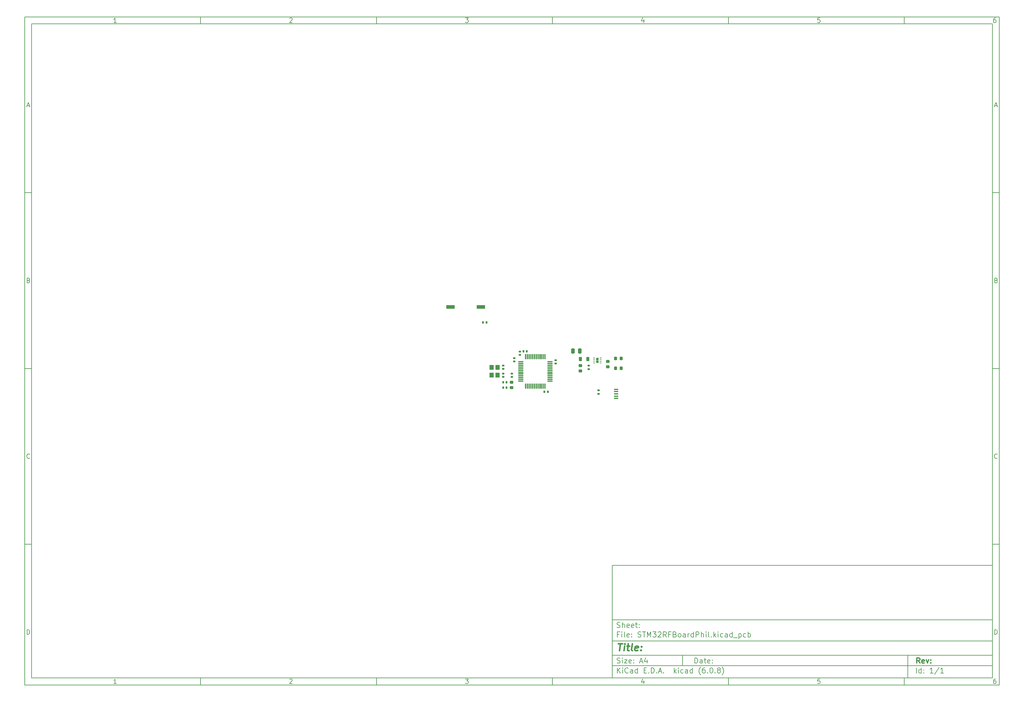
<source format=gbr>
%TF.GenerationSoftware,KiCad,Pcbnew,(6.0.8)*%
%TF.CreationDate,2022-10-27T20:00:02-05:00*%
%TF.ProjectId,STM32RFBoardPhil,53544d33-3252-4464-926f-617264506869,rev?*%
%TF.SameCoordinates,Original*%
%TF.FileFunction,Paste,Top*%
%TF.FilePolarity,Positive*%
%FSLAX46Y46*%
G04 Gerber Fmt 4.6, Leading zero omitted, Abs format (unit mm)*
G04 Created by KiCad (PCBNEW (6.0.8)) date 2022-10-27 20:00:02*
%MOMM*%
%LPD*%
G01*
G04 APERTURE LIST*
G04 Aperture macros list*
%AMRoundRect*
0 Rectangle with rounded corners*
0 $1 Rounding radius*
0 $2 $3 $4 $5 $6 $7 $8 $9 X,Y pos of 4 corners*
0 Add a 4 corners polygon primitive as box body*
4,1,4,$2,$3,$4,$5,$6,$7,$8,$9,$2,$3,0*
0 Add four circle primitives for the rounded corners*
1,1,$1+$1,$2,$3*
1,1,$1+$1,$4,$5*
1,1,$1+$1,$6,$7*
1,1,$1+$1,$8,$9*
0 Add four rect primitives between the rounded corners*
20,1,$1+$1,$2,$3,$4,$5,0*
20,1,$1+$1,$4,$5,$6,$7,0*
20,1,$1+$1,$6,$7,$8,$9,0*
20,1,$1+$1,$8,$9,$2,$3,0*%
G04 Aperture macros list end*
%ADD10C,0.100000*%
%ADD11C,0.150000*%
%ADD12C,0.300000*%
%ADD13C,0.400000*%
%ADD14RoundRect,0.140000X0.170000X-0.140000X0.170000X0.140000X-0.170000X0.140000X-0.170000X-0.140000X0*%
%ADD15RoundRect,0.225000X-0.250000X0.225000X-0.250000X-0.225000X0.250000X-0.225000X0.250000X0.225000X0*%
%ADD16RoundRect,0.135000X0.185000X-0.135000X0.185000X0.135000X-0.185000X0.135000X-0.185000X-0.135000X0*%
%ADD17RoundRect,0.140000X0.140000X0.170000X-0.140000X0.170000X-0.140000X-0.170000X0.140000X-0.170000X0*%
%ADD18RoundRect,0.140000X-0.170000X0.140000X-0.170000X-0.140000X0.170000X-0.140000X0.170000X0.140000X0*%
%ADD19RoundRect,0.075000X-0.662500X-0.075000X0.662500X-0.075000X0.662500X0.075000X-0.662500X0.075000X0*%
%ADD20RoundRect,0.075000X-0.075000X-0.662500X0.075000X-0.662500X0.075000X0.662500X-0.075000X0.662500X0*%
%ADD21R,2.440000X1.120000*%
%ADD22RoundRect,0.218750X0.218750X0.256250X-0.218750X0.256250X-0.218750X-0.256250X0.218750X-0.256250X0*%
%ADD23R,1.300000X0.450000*%
%ADD24RoundRect,0.140000X-0.140000X-0.170000X0.140000X-0.170000X0.140000X0.170000X-0.140000X0.170000X0*%
%ADD25RoundRect,0.218750X0.218750X0.381250X-0.218750X0.381250X-0.218750X-0.381250X0.218750X-0.381250X0*%
%ADD26RoundRect,0.218750X-0.256250X0.218750X-0.256250X-0.218750X0.256250X-0.218750X0.256250X0.218750X0*%
%ADD27RoundRect,0.135000X-0.135000X-0.185000X0.135000X-0.185000X0.135000X0.185000X-0.135000X0.185000X0*%
%ADD28R,1.200000X1.400000*%
%ADD29R,0.750000X0.650000*%
%ADD30R,0.500000X0.250000*%
%ADD31RoundRect,0.250000X-0.250000X-0.475000X0.250000X-0.475000X0.250000X0.475000X-0.250000X0.475000X0*%
G04 APERTURE END LIST*
D10*
D11*
X177002200Y-166007200D02*
X177002200Y-198007200D01*
X285002200Y-198007200D01*
X285002200Y-166007200D01*
X177002200Y-166007200D01*
D10*
D11*
X10000000Y-10000000D02*
X10000000Y-200007200D01*
X287002200Y-200007200D01*
X287002200Y-10000000D01*
X10000000Y-10000000D01*
D10*
D11*
X12000000Y-12000000D02*
X12000000Y-198007200D01*
X285002200Y-198007200D01*
X285002200Y-12000000D01*
X12000000Y-12000000D01*
D10*
D11*
X60000000Y-12000000D02*
X60000000Y-10000000D01*
D10*
D11*
X110000000Y-12000000D02*
X110000000Y-10000000D01*
D10*
D11*
X160000000Y-12000000D02*
X160000000Y-10000000D01*
D10*
D11*
X210000000Y-12000000D02*
X210000000Y-10000000D01*
D10*
D11*
X260000000Y-12000000D02*
X260000000Y-10000000D01*
D10*
D11*
X36065476Y-11588095D02*
X35322619Y-11588095D01*
X35694047Y-11588095D02*
X35694047Y-10288095D01*
X35570238Y-10473809D01*
X35446428Y-10597619D01*
X35322619Y-10659523D01*
D10*
D11*
X85322619Y-10411904D02*
X85384523Y-10350000D01*
X85508333Y-10288095D01*
X85817857Y-10288095D01*
X85941666Y-10350000D01*
X86003571Y-10411904D01*
X86065476Y-10535714D01*
X86065476Y-10659523D01*
X86003571Y-10845238D01*
X85260714Y-11588095D01*
X86065476Y-11588095D01*
D10*
D11*
X135260714Y-10288095D02*
X136065476Y-10288095D01*
X135632142Y-10783333D01*
X135817857Y-10783333D01*
X135941666Y-10845238D01*
X136003571Y-10907142D01*
X136065476Y-11030952D01*
X136065476Y-11340476D01*
X136003571Y-11464285D01*
X135941666Y-11526190D01*
X135817857Y-11588095D01*
X135446428Y-11588095D01*
X135322619Y-11526190D01*
X135260714Y-11464285D01*
D10*
D11*
X185941666Y-10721428D02*
X185941666Y-11588095D01*
X185632142Y-10226190D02*
X185322619Y-11154761D01*
X186127380Y-11154761D01*
D10*
D11*
X236003571Y-10288095D02*
X235384523Y-10288095D01*
X235322619Y-10907142D01*
X235384523Y-10845238D01*
X235508333Y-10783333D01*
X235817857Y-10783333D01*
X235941666Y-10845238D01*
X236003571Y-10907142D01*
X236065476Y-11030952D01*
X236065476Y-11340476D01*
X236003571Y-11464285D01*
X235941666Y-11526190D01*
X235817857Y-11588095D01*
X235508333Y-11588095D01*
X235384523Y-11526190D01*
X235322619Y-11464285D01*
D10*
D11*
X285941666Y-10288095D02*
X285694047Y-10288095D01*
X285570238Y-10350000D01*
X285508333Y-10411904D01*
X285384523Y-10597619D01*
X285322619Y-10845238D01*
X285322619Y-11340476D01*
X285384523Y-11464285D01*
X285446428Y-11526190D01*
X285570238Y-11588095D01*
X285817857Y-11588095D01*
X285941666Y-11526190D01*
X286003571Y-11464285D01*
X286065476Y-11340476D01*
X286065476Y-11030952D01*
X286003571Y-10907142D01*
X285941666Y-10845238D01*
X285817857Y-10783333D01*
X285570238Y-10783333D01*
X285446428Y-10845238D01*
X285384523Y-10907142D01*
X285322619Y-11030952D01*
D10*
D11*
X60000000Y-198007200D02*
X60000000Y-200007200D01*
D10*
D11*
X110000000Y-198007200D02*
X110000000Y-200007200D01*
D10*
D11*
X160000000Y-198007200D02*
X160000000Y-200007200D01*
D10*
D11*
X210000000Y-198007200D02*
X210000000Y-200007200D01*
D10*
D11*
X260000000Y-198007200D02*
X260000000Y-200007200D01*
D10*
D11*
X36065476Y-199595295D02*
X35322619Y-199595295D01*
X35694047Y-199595295D02*
X35694047Y-198295295D01*
X35570238Y-198481009D01*
X35446428Y-198604819D01*
X35322619Y-198666723D01*
D10*
D11*
X85322619Y-198419104D02*
X85384523Y-198357200D01*
X85508333Y-198295295D01*
X85817857Y-198295295D01*
X85941666Y-198357200D01*
X86003571Y-198419104D01*
X86065476Y-198542914D01*
X86065476Y-198666723D01*
X86003571Y-198852438D01*
X85260714Y-199595295D01*
X86065476Y-199595295D01*
D10*
D11*
X135260714Y-198295295D02*
X136065476Y-198295295D01*
X135632142Y-198790533D01*
X135817857Y-198790533D01*
X135941666Y-198852438D01*
X136003571Y-198914342D01*
X136065476Y-199038152D01*
X136065476Y-199347676D01*
X136003571Y-199471485D01*
X135941666Y-199533390D01*
X135817857Y-199595295D01*
X135446428Y-199595295D01*
X135322619Y-199533390D01*
X135260714Y-199471485D01*
D10*
D11*
X185941666Y-198728628D02*
X185941666Y-199595295D01*
X185632142Y-198233390D02*
X185322619Y-199161961D01*
X186127380Y-199161961D01*
D10*
D11*
X236003571Y-198295295D02*
X235384523Y-198295295D01*
X235322619Y-198914342D01*
X235384523Y-198852438D01*
X235508333Y-198790533D01*
X235817857Y-198790533D01*
X235941666Y-198852438D01*
X236003571Y-198914342D01*
X236065476Y-199038152D01*
X236065476Y-199347676D01*
X236003571Y-199471485D01*
X235941666Y-199533390D01*
X235817857Y-199595295D01*
X235508333Y-199595295D01*
X235384523Y-199533390D01*
X235322619Y-199471485D01*
D10*
D11*
X285941666Y-198295295D02*
X285694047Y-198295295D01*
X285570238Y-198357200D01*
X285508333Y-198419104D01*
X285384523Y-198604819D01*
X285322619Y-198852438D01*
X285322619Y-199347676D01*
X285384523Y-199471485D01*
X285446428Y-199533390D01*
X285570238Y-199595295D01*
X285817857Y-199595295D01*
X285941666Y-199533390D01*
X286003571Y-199471485D01*
X286065476Y-199347676D01*
X286065476Y-199038152D01*
X286003571Y-198914342D01*
X285941666Y-198852438D01*
X285817857Y-198790533D01*
X285570238Y-198790533D01*
X285446428Y-198852438D01*
X285384523Y-198914342D01*
X285322619Y-199038152D01*
D10*
D11*
X10000000Y-60000000D02*
X12000000Y-60000000D01*
D10*
D11*
X10000000Y-110000000D02*
X12000000Y-110000000D01*
D10*
D11*
X10000000Y-160000000D02*
X12000000Y-160000000D01*
D10*
D11*
X10690476Y-35216666D02*
X11309523Y-35216666D01*
X10566666Y-35588095D02*
X11000000Y-34288095D01*
X11433333Y-35588095D01*
D10*
D11*
X11092857Y-84907142D02*
X11278571Y-84969047D01*
X11340476Y-85030952D01*
X11402380Y-85154761D01*
X11402380Y-85340476D01*
X11340476Y-85464285D01*
X11278571Y-85526190D01*
X11154761Y-85588095D01*
X10659523Y-85588095D01*
X10659523Y-84288095D01*
X11092857Y-84288095D01*
X11216666Y-84350000D01*
X11278571Y-84411904D01*
X11340476Y-84535714D01*
X11340476Y-84659523D01*
X11278571Y-84783333D01*
X11216666Y-84845238D01*
X11092857Y-84907142D01*
X10659523Y-84907142D01*
D10*
D11*
X11402380Y-135464285D02*
X11340476Y-135526190D01*
X11154761Y-135588095D01*
X11030952Y-135588095D01*
X10845238Y-135526190D01*
X10721428Y-135402380D01*
X10659523Y-135278571D01*
X10597619Y-135030952D01*
X10597619Y-134845238D01*
X10659523Y-134597619D01*
X10721428Y-134473809D01*
X10845238Y-134350000D01*
X11030952Y-134288095D01*
X11154761Y-134288095D01*
X11340476Y-134350000D01*
X11402380Y-134411904D01*
D10*
D11*
X10659523Y-185588095D02*
X10659523Y-184288095D01*
X10969047Y-184288095D01*
X11154761Y-184350000D01*
X11278571Y-184473809D01*
X11340476Y-184597619D01*
X11402380Y-184845238D01*
X11402380Y-185030952D01*
X11340476Y-185278571D01*
X11278571Y-185402380D01*
X11154761Y-185526190D01*
X10969047Y-185588095D01*
X10659523Y-185588095D01*
D10*
D11*
X287002200Y-60000000D02*
X285002200Y-60000000D01*
D10*
D11*
X287002200Y-110000000D02*
X285002200Y-110000000D01*
D10*
D11*
X287002200Y-160000000D02*
X285002200Y-160000000D01*
D10*
D11*
X285692676Y-35216666D02*
X286311723Y-35216666D01*
X285568866Y-35588095D02*
X286002200Y-34288095D01*
X286435533Y-35588095D01*
D10*
D11*
X286095057Y-84907142D02*
X286280771Y-84969047D01*
X286342676Y-85030952D01*
X286404580Y-85154761D01*
X286404580Y-85340476D01*
X286342676Y-85464285D01*
X286280771Y-85526190D01*
X286156961Y-85588095D01*
X285661723Y-85588095D01*
X285661723Y-84288095D01*
X286095057Y-84288095D01*
X286218866Y-84350000D01*
X286280771Y-84411904D01*
X286342676Y-84535714D01*
X286342676Y-84659523D01*
X286280771Y-84783333D01*
X286218866Y-84845238D01*
X286095057Y-84907142D01*
X285661723Y-84907142D01*
D10*
D11*
X286404580Y-135464285D02*
X286342676Y-135526190D01*
X286156961Y-135588095D01*
X286033152Y-135588095D01*
X285847438Y-135526190D01*
X285723628Y-135402380D01*
X285661723Y-135278571D01*
X285599819Y-135030952D01*
X285599819Y-134845238D01*
X285661723Y-134597619D01*
X285723628Y-134473809D01*
X285847438Y-134350000D01*
X286033152Y-134288095D01*
X286156961Y-134288095D01*
X286342676Y-134350000D01*
X286404580Y-134411904D01*
D10*
D11*
X285661723Y-185588095D02*
X285661723Y-184288095D01*
X285971247Y-184288095D01*
X286156961Y-184350000D01*
X286280771Y-184473809D01*
X286342676Y-184597619D01*
X286404580Y-184845238D01*
X286404580Y-185030952D01*
X286342676Y-185278571D01*
X286280771Y-185402380D01*
X286156961Y-185526190D01*
X285971247Y-185588095D01*
X285661723Y-185588095D01*
D10*
D11*
X200434342Y-193785771D02*
X200434342Y-192285771D01*
X200791485Y-192285771D01*
X201005771Y-192357200D01*
X201148628Y-192500057D01*
X201220057Y-192642914D01*
X201291485Y-192928628D01*
X201291485Y-193142914D01*
X201220057Y-193428628D01*
X201148628Y-193571485D01*
X201005771Y-193714342D01*
X200791485Y-193785771D01*
X200434342Y-193785771D01*
X202577200Y-193785771D02*
X202577200Y-193000057D01*
X202505771Y-192857200D01*
X202362914Y-192785771D01*
X202077200Y-192785771D01*
X201934342Y-192857200D01*
X202577200Y-193714342D02*
X202434342Y-193785771D01*
X202077200Y-193785771D01*
X201934342Y-193714342D01*
X201862914Y-193571485D01*
X201862914Y-193428628D01*
X201934342Y-193285771D01*
X202077200Y-193214342D01*
X202434342Y-193214342D01*
X202577200Y-193142914D01*
X203077200Y-192785771D02*
X203648628Y-192785771D01*
X203291485Y-192285771D02*
X203291485Y-193571485D01*
X203362914Y-193714342D01*
X203505771Y-193785771D01*
X203648628Y-193785771D01*
X204720057Y-193714342D02*
X204577200Y-193785771D01*
X204291485Y-193785771D01*
X204148628Y-193714342D01*
X204077200Y-193571485D01*
X204077200Y-193000057D01*
X204148628Y-192857200D01*
X204291485Y-192785771D01*
X204577200Y-192785771D01*
X204720057Y-192857200D01*
X204791485Y-193000057D01*
X204791485Y-193142914D01*
X204077200Y-193285771D01*
X205434342Y-193642914D02*
X205505771Y-193714342D01*
X205434342Y-193785771D01*
X205362914Y-193714342D01*
X205434342Y-193642914D01*
X205434342Y-193785771D01*
X205434342Y-192857200D02*
X205505771Y-192928628D01*
X205434342Y-193000057D01*
X205362914Y-192928628D01*
X205434342Y-192857200D01*
X205434342Y-193000057D01*
D10*
D11*
X177002200Y-194507200D02*
X285002200Y-194507200D01*
D10*
D11*
X178434342Y-196585771D02*
X178434342Y-195085771D01*
X179291485Y-196585771D02*
X178648628Y-195728628D01*
X179291485Y-195085771D02*
X178434342Y-195942914D01*
X179934342Y-196585771D02*
X179934342Y-195585771D01*
X179934342Y-195085771D02*
X179862914Y-195157200D01*
X179934342Y-195228628D01*
X180005771Y-195157200D01*
X179934342Y-195085771D01*
X179934342Y-195228628D01*
X181505771Y-196442914D02*
X181434342Y-196514342D01*
X181220057Y-196585771D01*
X181077200Y-196585771D01*
X180862914Y-196514342D01*
X180720057Y-196371485D01*
X180648628Y-196228628D01*
X180577200Y-195942914D01*
X180577200Y-195728628D01*
X180648628Y-195442914D01*
X180720057Y-195300057D01*
X180862914Y-195157200D01*
X181077200Y-195085771D01*
X181220057Y-195085771D01*
X181434342Y-195157200D01*
X181505771Y-195228628D01*
X182791485Y-196585771D02*
X182791485Y-195800057D01*
X182720057Y-195657200D01*
X182577200Y-195585771D01*
X182291485Y-195585771D01*
X182148628Y-195657200D01*
X182791485Y-196514342D02*
X182648628Y-196585771D01*
X182291485Y-196585771D01*
X182148628Y-196514342D01*
X182077200Y-196371485D01*
X182077200Y-196228628D01*
X182148628Y-196085771D01*
X182291485Y-196014342D01*
X182648628Y-196014342D01*
X182791485Y-195942914D01*
X184148628Y-196585771D02*
X184148628Y-195085771D01*
X184148628Y-196514342D02*
X184005771Y-196585771D01*
X183720057Y-196585771D01*
X183577200Y-196514342D01*
X183505771Y-196442914D01*
X183434342Y-196300057D01*
X183434342Y-195871485D01*
X183505771Y-195728628D01*
X183577200Y-195657200D01*
X183720057Y-195585771D01*
X184005771Y-195585771D01*
X184148628Y-195657200D01*
X186005771Y-195800057D02*
X186505771Y-195800057D01*
X186720057Y-196585771D02*
X186005771Y-196585771D01*
X186005771Y-195085771D01*
X186720057Y-195085771D01*
X187362914Y-196442914D02*
X187434342Y-196514342D01*
X187362914Y-196585771D01*
X187291485Y-196514342D01*
X187362914Y-196442914D01*
X187362914Y-196585771D01*
X188077200Y-196585771D02*
X188077200Y-195085771D01*
X188434342Y-195085771D01*
X188648628Y-195157200D01*
X188791485Y-195300057D01*
X188862914Y-195442914D01*
X188934342Y-195728628D01*
X188934342Y-195942914D01*
X188862914Y-196228628D01*
X188791485Y-196371485D01*
X188648628Y-196514342D01*
X188434342Y-196585771D01*
X188077200Y-196585771D01*
X189577200Y-196442914D02*
X189648628Y-196514342D01*
X189577200Y-196585771D01*
X189505771Y-196514342D01*
X189577200Y-196442914D01*
X189577200Y-196585771D01*
X190220057Y-196157200D02*
X190934342Y-196157200D01*
X190077200Y-196585771D02*
X190577200Y-195085771D01*
X191077200Y-196585771D01*
X191577200Y-196442914D02*
X191648628Y-196514342D01*
X191577200Y-196585771D01*
X191505771Y-196514342D01*
X191577200Y-196442914D01*
X191577200Y-196585771D01*
X194577200Y-196585771D02*
X194577200Y-195085771D01*
X194720057Y-196014342D02*
X195148628Y-196585771D01*
X195148628Y-195585771D02*
X194577200Y-196157200D01*
X195791485Y-196585771D02*
X195791485Y-195585771D01*
X195791485Y-195085771D02*
X195720057Y-195157200D01*
X195791485Y-195228628D01*
X195862914Y-195157200D01*
X195791485Y-195085771D01*
X195791485Y-195228628D01*
X197148628Y-196514342D02*
X197005771Y-196585771D01*
X196720057Y-196585771D01*
X196577200Y-196514342D01*
X196505771Y-196442914D01*
X196434342Y-196300057D01*
X196434342Y-195871485D01*
X196505771Y-195728628D01*
X196577200Y-195657200D01*
X196720057Y-195585771D01*
X197005771Y-195585771D01*
X197148628Y-195657200D01*
X198434342Y-196585771D02*
X198434342Y-195800057D01*
X198362914Y-195657200D01*
X198220057Y-195585771D01*
X197934342Y-195585771D01*
X197791485Y-195657200D01*
X198434342Y-196514342D02*
X198291485Y-196585771D01*
X197934342Y-196585771D01*
X197791485Y-196514342D01*
X197720057Y-196371485D01*
X197720057Y-196228628D01*
X197791485Y-196085771D01*
X197934342Y-196014342D01*
X198291485Y-196014342D01*
X198434342Y-195942914D01*
X199791485Y-196585771D02*
X199791485Y-195085771D01*
X199791485Y-196514342D02*
X199648628Y-196585771D01*
X199362914Y-196585771D01*
X199220057Y-196514342D01*
X199148628Y-196442914D01*
X199077200Y-196300057D01*
X199077200Y-195871485D01*
X199148628Y-195728628D01*
X199220057Y-195657200D01*
X199362914Y-195585771D01*
X199648628Y-195585771D01*
X199791485Y-195657200D01*
X202077200Y-197157200D02*
X202005771Y-197085771D01*
X201862914Y-196871485D01*
X201791485Y-196728628D01*
X201720057Y-196514342D01*
X201648628Y-196157200D01*
X201648628Y-195871485D01*
X201720057Y-195514342D01*
X201791485Y-195300057D01*
X201862914Y-195157200D01*
X202005771Y-194942914D01*
X202077200Y-194871485D01*
X203291485Y-195085771D02*
X203005771Y-195085771D01*
X202862914Y-195157200D01*
X202791485Y-195228628D01*
X202648628Y-195442914D01*
X202577200Y-195728628D01*
X202577200Y-196300057D01*
X202648628Y-196442914D01*
X202720057Y-196514342D01*
X202862914Y-196585771D01*
X203148628Y-196585771D01*
X203291485Y-196514342D01*
X203362914Y-196442914D01*
X203434342Y-196300057D01*
X203434342Y-195942914D01*
X203362914Y-195800057D01*
X203291485Y-195728628D01*
X203148628Y-195657200D01*
X202862914Y-195657200D01*
X202720057Y-195728628D01*
X202648628Y-195800057D01*
X202577200Y-195942914D01*
X204077200Y-196442914D02*
X204148628Y-196514342D01*
X204077200Y-196585771D01*
X204005771Y-196514342D01*
X204077200Y-196442914D01*
X204077200Y-196585771D01*
X205077200Y-195085771D02*
X205220057Y-195085771D01*
X205362914Y-195157200D01*
X205434342Y-195228628D01*
X205505771Y-195371485D01*
X205577200Y-195657200D01*
X205577200Y-196014342D01*
X205505771Y-196300057D01*
X205434342Y-196442914D01*
X205362914Y-196514342D01*
X205220057Y-196585771D01*
X205077200Y-196585771D01*
X204934342Y-196514342D01*
X204862914Y-196442914D01*
X204791485Y-196300057D01*
X204720057Y-196014342D01*
X204720057Y-195657200D01*
X204791485Y-195371485D01*
X204862914Y-195228628D01*
X204934342Y-195157200D01*
X205077200Y-195085771D01*
X206220057Y-196442914D02*
X206291485Y-196514342D01*
X206220057Y-196585771D01*
X206148628Y-196514342D01*
X206220057Y-196442914D01*
X206220057Y-196585771D01*
X207148628Y-195728628D02*
X207005771Y-195657200D01*
X206934342Y-195585771D01*
X206862914Y-195442914D01*
X206862914Y-195371485D01*
X206934342Y-195228628D01*
X207005771Y-195157200D01*
X207148628Y-195085771D01*
X207434342Y-195085771D01*
X207577200Y-195157200D01*
X207648628Y-195228628D01*
X207720057Y-195371485D01*
X207720057Y-195442914D01*
X207648628Y-195585771D01*
X207577200Y-195657200D01*
X207434342Y-195728628D01*
X207148628Y-195728628D01*
X207005771Y-195800057D01*
X206934342Y-195871485D01*
X206862914Y-196014342D01*
X206862914Y-196300057D01*
X206934342Y-196442914D01*
X207005771Y-196514342D01*
X207148628Y-196585771D01*
X207434342Y-196585771D01*
X207577200Y-196514342D01*
X207648628Y-196442914D01*
X207720057Y-196300057D01*
X207720057Y-196014342D01*
X207648628Y-195871485D01*
X207577200Y-195800057D01*
X207434342Y-195728628D01*
X208220057Y-197157200D02*
X208291485Y-197085771D01*
X208434342Y-196871485D01*
X208505771Y-196728628D01*
X208577200Y-196514342D01*
X208648628Y-196157200D01*
X208648628Y-195871485D01*
X208577200Y-195514342D01*
X208505771Y-195300057D01*
X208434342Y-195157200D01*
X208291485Y-194942914D01*
X208220057Y-194871485D01*
D10*
D11*
X177002200Y-191507200D02*
X285002200Y-191507200D01*
D10*
D12*
X264411485Y-193785771D02*
X263911485Y-193071485D01*
X263554342Y-193785771D02*
X263554342Y-192285771D01*
X264125771Y-192285771D01*
X264268628Y-192357200D01*
X264340057Y-192428628D01*
X264411485Y-192571485D01*
X264411485Y-192785771D01*
X264340057Y-192928628D01*
X264268628Y-193000057D01*
X264125771Y-193071485D01*
X263554342Y-193071485D01*
X265625771Y-193714342D02*
X265482914Y-193785771D01*
X265197200Y-193785771D01*
X265054342Y-193714342D01*
X264982914Y-193571485D01*
X264982914Y-193000057D01*
X265054342Y-192857200D01*
X265197200Y-192785771D01*
X265482914Y-192785771D01*
X265625771Y-192857200D01*
X265697200Y-193000057D01*
X265697200Y-193142914D01*
X264982914Y-193285771D01*
X266197200Y-192785771D02*
X266554342Y-193785771D01*
X266911485Y-192785771D01*
X267482914Y-193642914D02*
X267554342Y-193714342D01*
X267482914Y-193785771D01*
X267411485Y-193714342D01*
X267482914Y-193642914D01*
X267482914Y-193785771D01*
X267482914Y-192857200D02*
X267554342Y-192928628D01*
X267482914Y-193000057D01*
X267411485Y-192928628D01*
X267482914Y-192857200D01*
X267482914Y-193000057D01*
D10*
D11*
X178362914Y-193714342D02*
X178577200Y-193785771D01*
X178934342Y-193785771D01*
X179077200Y-193714342D01*
X179148628Y-193642914D01*
X179220057Y-193500057D01*
X179220057Y-193357200D01*
X179148628Y-193214342D01*
X179077200Y-193142914D01*
X178934342Y-193071485D01*
X178648628Y-193000057D01*
X178505771Y-192928628D01*
X178434342Y-192857200D01*
X178362914Y-192714342D01*
X178362914Y-192571485D01*
X178434342Y-192428628D01*
X178505771Y-192357200D01*
X178648628Y-192285771D01*
X179005771Y-192285771D01*
X179220057Y-192357200D01*
X179862914Y-193785771D02*
X179862914Y-192785771D01*
X179862914Y-192285771D02*
X179791485Y-192357200D01*
X179862914Y-192428628D01*
X179934342Y-192357200D01*
X179862914Y-192285771D01*
X179862914Y-192428628D01*
X180434342Y-192785771D02*
X181220057Y-192785771D01*
X180434342Y-193785771D01*
X181220057Y-193785771D01*
X182362914Y-193714342D02*
X182220057Y-193785771D01*
X181934342Y-193785771D01*
X181791485Y-193714342D01*
X181720057Y-193571485D01*
X181720057Y-193000057D01*
X181791485Y-192857200D01*
X181934342Y-192785771D01*
X182220057Y-192785771D01*
X182362914Y-192857200D01*
X182434342Y-193000057D01*
X182434342Y-193142914D01*
X181720057Y-193285771D01*
X183077200Y-193642914D02*
X183148628Y-193714342D01*
X183077200Y-193785771D01*
X183005771Y-193714342D01*
X183077200Y-193642914D01*
X183077200Y-193785771D01*
X183077200Y-192857200D02*
X183148628Y-192928628D01*
X183077200Y-193000057D01*
X183005771Y-192928628D01*
X183077200Y-192857200D01*
X183077200Y-193000057D01*
X184862914Y-193357200D02*
X185577200Y-193357200D01*
X184720057Y-193785771D02*
X185220057Y-192285771D01*
X185720057Y-193785771D01*
X186862914Y-192785771D02*
X186862914Y-193785771D01*
X186505771Y-192214342D02*
X186148628Y-193285771D01*
X187077200Y-193285771D01*
D10*
D11*
X263434342Y-196585771D02*
X263434342Y-195085771D01*
X264791485Y-196585771D02*
X264791485Y-195085771D01*
X264791485Y-196514342D02*
X264648628Y-196585771D01*
X264362914Y-196585771D01*
X264220057Y-196514342D01*
X264148628Y-196442914D01*
X264077200Y-196300057D01*
X264077200Y-195871485D01*
X264148628Y-195728628D01*
X264220057Y-195657200D01*
X264362914Y-195585771D01*
X264648628Y-195585771D01*
X264791485Y-195657200D01*
X265505771Y-196442914D02*
X265577200Y-196514342D01*
X265505771Y-196585771D01*
X265434342Y-196514342D01*
X265505771Y-196442914D01*
X265505771Y-196585771D01*
X265505771Y-195657200D02*
X265577200Y-195728628D01*
X265505771Y-195800057D01*
X265434342Y-195728628D01*
X265505771Y-195657200D01*
X265505771Y-195800057D01*
X268148628Y-196585771D02*
X267291485Y-196585771D01*
X267720057Y-196585771D02*
X267720057Y-195085771D01*
X267577200Y-195300057D01*
X267434342Y-195442914D01*
X267291485Y-195514342D01*
X269862914Y-195014342D02*
X268577200Y-196942914D01*
X271148628Y-196585771D02*
X270291485Y-196585771D01*
X270720057Y-196585771D02*
X270720057Y-195085771D01*
X270577200Y-195300057D01*
X270434342Y-195442914D01*
X270291485Y-195514342D01*
D10*
D11*
X177002200Y-187507200D02*
X285002200Y-187507200D01*
D10*
D13*
X178714580Y-188211961D02*
X179857438Y-188211961D01*
X179036009Y-190211961D02*
X179286009Y-188211961D01*
X180274104Y-190211961D02*
X180440771Y-188878628D01*
X180524104Y-188211961D02*
X180416961Y-188307200D01*
X180500295Y-188402438D01*
X180607438Y-188307200D01*
X180524104Y-188211961D01*
X180500295Y-188402438D01*
X181107438Y-188878628D02*
X181869342Y-188878628D01*
X181476485Y-188211961D02*
X181262200Y-189926247D01*
X181333628Y-190116723D01*
X181512200Y-190211961D01*
X181702676Y-190211961D01*
X182655057Y-190211961D02*
X182476485Y-190116723D01*
X182405057Y-189926247D01*
X182619342Y-188211961D01*
X184190771Y-190116723D02*
X183988390Y-190211961D01*
X183607438Y-190211961D01*
X183428866Y-190116723D01*
X183357438Y-189926247D01*
X183452676Y-189164342D01*
X183571723Y-188973866D01*
X183774104Y-188878628D01*
X184155057Y-188878628D01*
X184333628Y-188973866D01*
X184405057Y-189164342D01*
X184381247Y-189354819D01*
X183405057Y-189545295D01*
X185155057Y-190021485D02*
X185238390Y-190116723D01*
X185131247Y-190211961D01*
X185047914Y-190116723D01*
X185155057Y-190021485D01*
X185131247Y-190211961D01*
X185286009Y-188973866D02*
X185369342Y-189069104D01*
X185262200Y-189164342D01*
X185178866Y-189069104D01*
X185286009Y-188973866D01*
X185262200Y-189164342D01*
D10*
D11*
X178934342Y-185600057D02*
X178434342Y-185600057D01*
X178434342Y-186385771D02*
X178434342Y-184885771D01*
X179148628Y-184885771D01*
X179720057Y-186385771D02*
X179720057Y-185385771D01*
X179720057Y-184885771D02*
X179648628Y-184957200D01*
X179720057Y-185028628D01*
X179791485Y-184957200D01*
X179720057Y-184885771D01*
X179720057Y-185028628D01*
X180648628Y-186385771D02*
X180505771Y-186314342D01*
X180434342Y-186171485D01*
X180434342Y-184885771D01*
X181791485Y-186314342D02*
X181648628Y-186385771D01*
X181362914Y-186385771D01*
X181220057Y-186314342D01*
X181148628Y-186171485D01*
X181148628Y-185600057D01*
X181220057Y-185457200D01*
X181362914Y-185385771D01*
X181648628Y-185385771D01*
X181791485Y-185457200D01*
X181862914Y-185600057D01*
X181862914Y-185742914D01*
X181148628Y-185885771D01*
X182505771Y-186242914D02*
X182577200Y-186314342D01*
X182505771Y-186385771D01*
X182434342Y-186314342D01*
X182505771Y-186242914D01*
X182505771Y-186385771D01*
X182505771Y-185457200D02*
X182577200Y-185528628D01*
X182505771Y-185600057D01*
X182434342Y-185528628D01*
X182505771Y-185457200D01*
X182505771Y-185600057D01*
X184291485Y-186314342D02*
X184505771Y-186385771D01*
X184862914Y-186385771D01*
X185005771Y-186314342D01*
X185077200Y-186242914D01*
X185148628Y-186100057D01*
X185148628Y-185957200D01*
X185077200Y-185814342D01*
X185005771Y-185742914D01*
X184862914Y-185671485D01*
X184577200Y-185600057D01*
X184434342Y-185528628D01*
X184362914Y-185457200D01*
X184291485Y-185314342D01*
X184291485Y-185171485D01*
X184362914Y-185028628D01*
X184434342Y-184957200D01*
X184577200Y-184885771D01*
X184934342Y-184885771D01*
X185148628Y-184957200D01*
X185577200Y-184885771D02*
X186434342Y-184885771D01*
X186005771Y-186385771D02*
X186005771Y-184885771D01*
X186934342Y-186385771D02*
X186934342Y-184885771D01*
X187434342Y-185957200D01*
X187934342Y-184885771D01*
X187934342Y-186385771D01*
X188505771Y-184885771D02*
X189434342Y-184885771D01*
X188934342Y-185457200D01*
X189148628Y-185457200D01*
X189291485Y-185528628D01*
X189362914Y-185600057D01*
X189434342Y-185742914D01*
X189434342Y-186100057D01*
X189362914Y-186242914D01*
X189291485Y-186314342D01*
X189148628Y-186385771D01*
X188720057Y-186385771D01*
X188577200Y-186314342D01*
X188505771Y-186242914D01*
X190005771Y-185028628D02*
X190077200Y-184957200D01*
X190220057Y-184885771D01*
X190577200Y-184885771D01*
X190720057Y-184957200D01*
X190791485Y-185028628D01*
X190862914Y-185171485D01*
X190862914Y-185314342D01*
X190791485Y-185528628D01*
X189934342Y-186385771D01*
X190862914Y-186385771D01*
X192362914Y-186385771D02*
X191862914Y-185671485D01*
X191505771Y-186385771D02*
X191505771Y-184885771D01*
X192077200Y-184885771D01*
X192220057Y-184957200D01*
X192291485Y-185028628D01*
X192362914Y-185171485D01*
X192362914Y-185385771D01*
X192291485Y-185528628D01*
X192220057Y-185600057D01*
X192077200Y-185671485D01*
X191505771Y-185671485D01*
X193505771Y-185600057D02*
X193005771Y-185600057D01*
X193005771Y-186385771D02*
X193005771Y-184885771D01*
X193720057Y-184885771D01*
X194791485Y-185600057D02*
X195005771Y-185671485D01*
X195077200Y-185742914D01*
X195148628Y-185885771D01*
X195148628Y-186100057D01*
X195077200Y-186242914D01*
X195005771Y-186314342D01*
X194862914Y-186385771D01*
X194291485Y-186385771D01*
X194291485Y-184885771D01*
X194791485Y-184885771D01*
X194934342Y-184957200D01*
X195005771Y-185028628D01*
X195077200Y-185171485D01*
X195077200Y-185314342D01*
X195005771Y-185457200D01*
X194934342Y-185528628D01*
X194791485Y-185600057D01*
X194291485Y-185600057D01*
X196005771Y-186385771D02*
X195862914Y-186314342D01*
X195791485Y-186242914D01*
X195720057Y-186100057D01*
X195720057Y-185671485D01*
X195791485Y-185528628D01*
X195862914Y-185457200D01*
X196005771Y-185385771D01*
X196220057Y-185385771D01*
X196362914Y-185457200D01*
X196434342Y-185528628D01*
X196505771Y-185671485D01*
X196505771Y-186100057D01*
X196434342Y-186242914D01*
X196362914Y-186314342D01*
X196220057Y-186385771D01*
X196005771Y-186385771D01*
X197791485Y-186385771D02*
X197791485Y-185600057D01*
X197720057Y-185457200D01*
X197577200Y-185385771D01*
X197291485Y-185385771D01*
X197148628Y-185457200D01*
X197791485Y-186314342D02*
X197648628Y-186385771D01*
X197291485Y-186385771D01*
X197148628Y-186314342D01*
X197077200Y-186171485D01*
X197077200Y-186028628D01*
X197148628Y-185885771D01*
X197291485Y-185814342D01*
X197648628Y-185814342D01*
X197791485Y-185742914D01*
X198505771Y-186385771D02*
X198505771Y-185385771D01*
X198505771Y-185671485D02*
X198577200Y-185528628D01*
X198648628Y-185457200D01*
X198791485Y-185385771D01*
X198934342Y-185385771D01*
X200077200Y-186385771D02*
X200077200Y-184885771D01*
X200077200Y-186314342D02*
X199934342Y-186385771D01*
X199648628Y-186385771D01*
X199505771Y-186314342D01*
X199434342Y-186242914D01*
X199362914Y-186100057D01*
X199362914Y-185671485D01*
X199434342Y-185528628D01*
X199505771Y-185457200D01*
X199648628Y-185385771D01*
X199934342Y-185385771D01*
X200077200Y-185457200D01*
X200791485Y-186385771D02*
X200791485Y-184885771D01*
X201362914Y-184885771D01*
X201505771Y-184957200D01*
X201577200Y-185028628D01*
X201648628Y-185171485D01*
X201648628Y-185385771D01*
X201577200Y-185528628D01*
X201505771Y-185600057D01*
X201362914Y-185671485D01*
X200791485Y-185671485D01*
X202291485Y-186385771D02*
X202291485Y-184885771D01*
X202934342Y-186385771D02*
X202934342Y-185600057D01*
X202862914Y-185457200D01*
X202720057Y-185385771D01*
X202505771Y-185385771D01*
X202362914Y-185457200D01*
X202291485Y-185528628D01*
X203648628Y-186385771D02*
X203648628Y-185385771D01*
X203648628Y-184885771D02*
X203577200Y-184957200D01*
X203648628Y-185028628D01*
X203720057Y-184957200D01*
X203648628Y-184885771D01*
X203648628Y-185028628D01*
X204577200Y-186385771D02*
X204434342Y-186314342D01*
X204362914Y-186171485D01*
X204362914Y-184885771D01*
X205148628Y-186242914D02*
X205220057Y-186314342D01*
X205148628Y-186385771D01*
X205077200Y-186314342D01*
X205148628Y-186242914D01*
X205148628Y-186385771D01*
X205862914Y-186385771D02*
X205862914Y-184885771D01*
X206005771Y-185814342D02*
X206434342Y-186385771D01*
X206434342Y-185385771D02*
X205862914Y-185957200D01*
X207077200Y-186385771D02*
X207077200Y-185385771D01*
X207077200Y-184885771D02*
X207005771Y-184957200D01*
X207077200Y-185028628D01*
X207148628Y-184957200D01*
X207077200Y-184885771D01*
X207077200Y-185028628D01*
X208434342Y-186314342D02*
X208291485Y-186385771D01*
X208005771Y-186385771D01*
X207862914Y-186314342D01*
X207791485Y-186242914D01*
X207720057Y-186100057D01*
X207720057Y-185671485D01*
X207791485Y-185528628D01*
X207862914Y-185457200D01*
X208005771Y-185385771D01*
X208291485Y-185385771D01*
X208434342Y-185457200D01*
X209720057Y-186385771D02*
X209720057Y-185600057D01*
X209648628Y-185457200D01*
X209505771Y-185385771D01*
X209220057Y-185385771D01*
X209077200Y-185457200D01*
X209720057Y-186314342D02*
X209577200Y-186385771D01*
X209220057Y-186385771D01*
X209077200Y-186314342D01*
X209005771Y-186171485D01*
X209005771Y-186028628D01*
X209077200Y-185885771D01*
X209220057Y-185814342D01*
X209577200Y-185814342D01*
X209720057Y-185742914D01*
X211077200Y-186385771D02*
X211077200Y-184885771D01*
X211077200Y-186314342D02*
X210934342Y-186385771D01*
X210648628Y-186385771D01*
X210505771Y-186314342D01*
X210434342Y-186242914D01*
X210362914Y-186100057D01*
X210362914Y-185671485D01*
X210434342Y-185528628D01*
X210505771Y-185457200D01*
X210648628Y-185385771D01*
X210934342Y-185385771D01*
X211077200Y-185457200D01*
X211434342Y-186528628D02*
X212577200Y-186528628D01*
X212934342Y-185385771D02*
X212934342Y-186885771D01*
X212934342Y-185457200D02*
X213077200Y-185385771D01*
X213362914Y-185385771D01*
X213505771Y-185457200D01*
X213577200Y-185528628D01*
X213648628Y-185671485D01*
X213648628Y-186100057D01*
X213577200Y-186242914D01*
X213505771Y-186314342D01*
X213362914Y-186385771D01*
X213077200Y-186385771D01*
X212934342Y-186314342D01*
X214934342Y-186314342D02*
X214791485Y-186385771D01*
X214505771Y-186385771D01*
X214362914Y-186314342D01*
X214291485Y-186242914D01*
X214220057Y-186100057D01*
X214220057Y-185671485D01*
X214291485Y-185528628D01*
X214362914Y-185457200D01*
X214505771Y-185385771D01*
X214791485Y-185385771D01*
X214934342Y-185457200D01*
X215577200Y-186385771D02*
X215577200Y-184885771D01*
X215577200Y-185457200D02*
X215720057Y-185385771D01*
X216005771Y-185385771D01*
X216148628Y-185457200D01*
X216220057Y-185528628D01*
X216291485Y-185671485D01*
X216291485Y-186100057D01*
X216220057Y-186242914D01*
X216148628Y-186314342D01*
X216005771Y-186385771D01*
X215720057Y-186385771D01*
X215577200Y-186314342D01*
D10*
D11*
X177002200Y-181507200D02*
X285002200Y-181507200D01*
D10*
D11*
X178362914Y-183614342D02*
X178577200Y-183685771D01*
X178934342Y-183685771D01*
X179077200Y-183614342D01*
X179148628Y-183542914D01*
X179220057Y-183400057D01*
X179220057Y-183257200D01*
X179148628Y-183114342D01*
X179077200Y-183042914D01*
X178934342Y-182971485D01*
X178648628Y-182900057D01*
X178505771Y-182828628D01*
X178434342Y-182757200D01*
X178362914Y-182614342D01*
X178362914Y-182471485D01*
X178434342Y-182328628D01*
X178505771Y-182257200D01*
X178648628Y-182185771D01*
X179005771Y-182185771D01*
X179220057Y-182257200D01*
X179862914Y-183685771D02*
X179862914Y-182185771D01*
X180505771Y-183685771D02*
X180505771Y-182900057D01*
X180434342Y-182757200D01*
X180291485Y-182685771D01*
X180077200Y-182685771D01*
X179934342Y-182757200D01*
X179862914Y-182828628D01*
X181791485Y-183614342D02*
X181648628Y-183685771D01*
X181362914Y-183685771D01*
X181220057Y-183614342D01*
X181148628Y-183471485D01*
X181148628Y-182900057D01*
X181220057Y-182757200D01*
X181362914Y-182685771D01*
X181648628Y-182685771D01*
X181791485Y-182757200D01*
X181862914Y-182900057D01*
X181862914Y-183042914D01*
X181148628Y-183185771D01*
X183077200Y-183614342D02*
X182934342Y-183685771D01*
X182648628Y-183685771D01*
X182505771Y-183614342D01*
X182434342Y-183471485D01*
X182434342Y-182900057D01*
X182505771Y-182757200D01*
X182648628Y-182685771D01*
X182934342Y-182685771D01*
X183077200Y-182757200D01*
X183148628Y-182900057D01*
X183148628Y-183042914D01*
X182434342Y-183185771D01*
X183577200Y-182685771D02*
X184148628Y-182685771D01*
X183791485Y-182185771D02*
X183791485Y-183471485D01*
X183862914Y-183614342D01*
X184005771Y-183685771D01*
X184148628Y-183685771D01*
X184648628Y-183542914D02*
X184720057Y-183614342D01*
X184648628Y-183685771D01*
X184577200Y-183614342D01*
X184648628Y-183542914D01*
X184648628Y-183685771D01*
X184648628Y-182757200D02*
X184720057Y-182828628D01*
X184648628Y-182900057D01*
X184577200Y-182828628D01*
X184648628Y-182757200D01*
X184648628Y-182900057D01*
D10*
D12*
D10*
D11*
D10*
D11*
D10*
D11*
D10*
D11*
D10*
D11*
X197002200Y-191507200D02*
X197002200Y-194507200D01*
D10*
D11*
X261002200Y-191507200D02*
X261002200Y-198007200D01*
D14*
%TO.C,C4*%
X149145400Y-108004600D03*
X149145400Y-107044600D03*
%TD*%
D15*
%TO.C,C13*%
X167954600Y-109150400D03*
X167954600Y-110700400D03*
%TD*%
D16*
%TO.C,R2*%
X173100000Y-117210000D03*
X173100000Y-116190000D03*
%TD*%
D17*
%TO.C,C7*%
X146918600Y-113875200D03*
X145958600Y-113875200D03*
%TD*%
D16*
%TO.C,R3*%
X170254600Y-110185400D03*
X170254600Y-109165400D03*
%TD*%
D14*
%TO.C,C10*%
X145956000Y-110110800D03*
X145956000Y-109150800D03*
%TD*%
D15*
%TO.C,C12*%
X175721800Y-107971400D03*
X175721800Y-109521400D03*
%TD*%
D18*
%TO.C,C2*%
X160891200Y-107601400D03*
X160891200Y-108561400D03*
%TD*%
D19*
%TO.C,U1*%
X150962900Y-108074600D03*
X150962900Y-108574600D03*
X150962900Y-109074600D03*
X150962900Y-109574600D03*
X150962900Y-110074600D03*
X150962900Y-110574600D03*
X150962900Y-111074600D03*
X150962900Y-111574600D03*
X150962900Y-112074600D03*
X150962900Y-112574600D03*
X150962900Y-113074600D03*
X150962900Y-113574600D03*
D20*
X152375400Y-114987100D03*
X152875400Y-114987100D03*
X153375400Y-114987100D03*
X153875400Y-114987100D03*
X154375400Y-114987100D03*
X154875400Y-114987100D03*
X155375400Y-114987100D03*
X155875400Y-114987100D03*
X156375400Y-114987100D03*
X156875400Y-114987100D03*
X157375400Y-114987100D03*
X157875400Y-114987100D03*
D19*
X159287900Y-113574600D03*
X159287900Y-113074600D03*
X159287900Y-112574600D03*
X159287900Y-112074600D03*
X159287900Y-111574600D03*
X159287900Y-111074600D03*
X159287900Y-110574600D03*
X159287900Y-110074600D03*
X159287900Y-109574600D03*
X159287900Y-109074600D03*
X159287900Y-108574600D03*
X159287900Y-108074600D03*
D20*
X157875400Y-106662100D03*
X157375400Y-106662100D03*
X156875400Y-106662100D03*
X156375400Y-106662100D03*
X155875400Y-106662100D03*
X155375400Y-106662100D03*
X154875400Y-106662100D03*
X154375400Y-106662100D03*
X153875400Y-106662100D03*
X153375400Y-106662100D03*
X152875400Y-106662100D03*
X152375400Y-106662100D03*
%TD*%
D17*
%TO.C,C8*%
X146918600Y-115450000D03*
X145958600Y-115450000D03*
%TD*%
D14*
%TO.C,C9*%
X150745400Y-106104600D03*
X150745400Y-105144600D03*
%TD*%
D21*
%TO.C,SW1*%
X131040400Y-92524600D03*
X139650400Y-92524600D03*
%TD*%
D22*
%TO.C,D2*%
X179509300Y-107171400D03*
X177934300Y-107171400D03*
%TD*%
D23*
%TO.C,J4*%
X178045000Y-118505000D03*
X178045000Y-117855000D03*
X178045000Y-117205000D03*
X178045000Y-116555000D03*
X178045000Y-115905000D03*
%TD*%
D24*
%TO.C,C5*%
X151720000Y-105100000D03*
X152680000Y-105100000D03*
%TD*%
D25*
%TO.C,L1*%
X170067100Y-107330800D03*
X167942100Y-107330800D03*
%TD*%
D26*
%TO.C,FB1*%
X148394400Y-113875100D03*
X148394400Y-115450100D03*
%TD*%
D27*
%TO.C,R1*%
X140225400Y-96924600D03*
X141245400Y-96924600D03*
%TD*%
D28*
%TO.C,Y1*%
X142693000Y-109699200D03*
X142693000Y-111899200D03*
X144393000Y-111899200D03*
X144393000Y-109699200D03*
%TD*%
D29*
%TO.C,U2*%
X172754600Y-108075400D03*
X172754600Y-107275400D03*
D30*
X173704600Y-108425400D03*
X173704600Y-107925400D03*
X173704600Y-107425400D03*
X173704600Y-106925400D03*
X171804600Y-106925400D03*
X171804600Y-107425400D03*
X171804600Y-107925400D03*
X171804600Y-108425400D03*
%TD*%
D22*
%TO.C,D1*%
X179508900Y-109967600D03*
X177933900Y-109967600D03*
%TD*%
D14*
%TO.C,C6*%
X148419800Y-112374000D03*
X148419800Y-111414000D03*
%TD*%
D31*
%TO.C,C1*%
X165850000Y-105000000D03*
X167750000Y-105000000D03*
%TD*%
D17*
%TO.C,C3*%
X158680000Y-116615800D03*
X157720000Y-116615800D03*
%TD*%
D18*
%TO.C,C11*%
X145956000Y-111462200D03*
X145956000Y-112422200D03*
%TD*%
M02*

</source>
